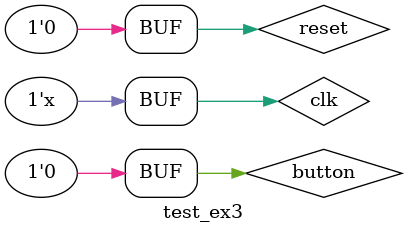
<source format=v>
`timescale 1ns / 1ps

module test_ex3;

        // Inputs
        reg button;
        reg reset;
        reg clk;

        // Outputs
        wire AN0;
        wire AN1;
        wire AN2;
        wire AN3;
        wire CA;
        wire CB;
        wire CC;
        wire CD;
        wire CE;
        wire CF;
        wire CG;
        wire DP;

        // Instantiate the Unit Under Test (UUT)
        ex3 uut (
                .AN0(AN0),
                .AN1(AN1),
                .AN2(AN2),
                .AN3(AN3),
                .CA(CA),
                .CB(CB),
                .CC(CC),
                .CD(CD),
                .CE(CE),
                .CF(CF),
                .CG(CG),
                .DP(DP),
                .button(button),
                .reset(reset),
                .clk(clk)
        );

        always begin
            #1 clk = ~clk;
        end

        initial begin
                // Initialize Inputs
                button = 0;
                reset = 1;
                clk = 0;

                // Wait 100 ns for global reset to finish
                #100;

                // Add stimulus here
                reset = 0;

                #10 button = 1; #10 button = 0;
                #10 button = 1; #10 button = 0;
                #10 button = 1; #10 button = 0;
                #10 button = 1; #10 button = 0;
                #10 button = 1; #10 button = 0;
                #10 button = 1; #10 button = 0;
                #10 button = 1; #10 button = 0;
                #10 button = 1; #10 button = 0;
                #10 button = 1; #10 button = 0;
                #10 button = 1; #10 button = 0;
                #10 button = 1; #10 button = 0;
                #10 button = 1; #10 button = 0;
                #10 button = 1; #10 button = 0;
                #10 button = 1; #10 button = 0;
        end
endmodule

</source>
